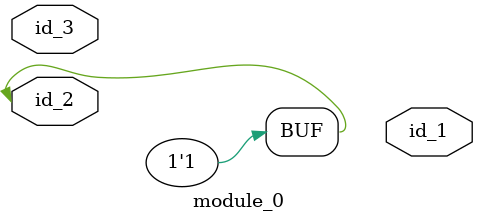
<source format=v>
module module_0 (
    id_1,
    id_2,
    id_3
);
  inout id_3;
  inout id_2;
  output id_1;
  assign id_2 = 1;
endmodule

</source>
